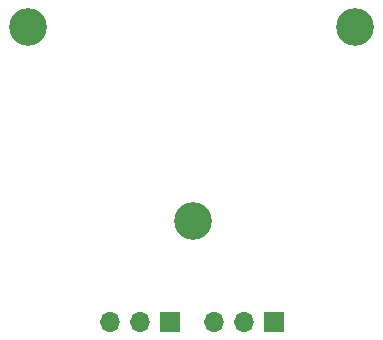
<source format=gbs>
%TF.GenerationSoftware,KiCad,Pcbnew,6.0.4-6f826c9f35~116~ubuntu20.04.1*%
%TF.CreationDate,2022-04-29T21:51:39-06:00*%
%TF.ProjectId,circle-small,63697263-6c65-42d7-936d-616c6c2e6b69,rev?*%
%TF.SameCoordinates,Original*%
%TF.FileFunction,Soldermask,Bot*%
%TF.FilePolarity,Negative*%
%FSLAX46Y46*%
G04 Gerber Fmt 4.6, Leading zero omitted, Abs format (unit mm)*
G04 Created by KiCad (PCBNEW 6.0.4-6f826c9f35~116~ubuntu20.04.1) date 2022-04-29 21:51:39*
%MOMM*%
%LPD*%
G01*
G04 APERTURE LIST*
%ADD10R,1.700000X1.700000*%
%ADD11O,1.700000X1.700000*%
%ADD12C,3.200000*%
G04 APERTURE END LIST*
D10*
%TO.C,J2*%
X59900000Y-69000000D03*
D11*
X57360000Y-69000000D03*
X54820000Y-69000000D03*
%TD*%
D12*
%TO.C,H1*%
X53100000Y-60500000D03*
%TD*%
%TO.C,H3*%
X39100000Y-44000000D03*
%TD*%
D10*
%TO.C,J1*%
X51100000Y-69000000D03*
D11*
X48560000Y-69000000D03*
X46020000Y-69000000D03*
%TD*%
D12*
%TO.C,H2*%
X66800000Y-44000000D03*
%TD*%
M02*

</source>
